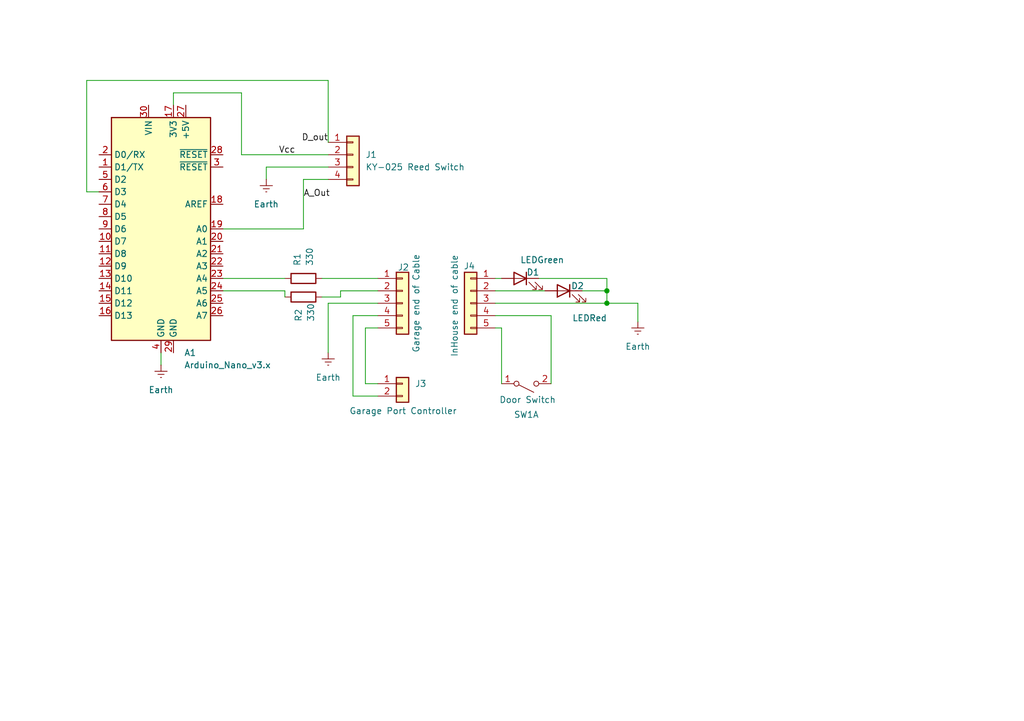
<source format=kicad_sch>
(kicad_sch
	(version 20231120)
	(generator "eeschema")
	(generator_version "8.0")
	(uuid "2dc539e7-2bc8-4732-a6b3-7321b62ed234")
	(paper "A5")
	(lib_symbols
		(symbol "Connector_Generic:Conn_01x02"
			(pin_names
				(offset 1.016) hide)
			(exclude_from_sim no)
			(in_bom yes)
			(on_board yes)
			(property "Reference" "J"
				(at 0 2.54 0)
				(effects
					(font
						(size 1.27 1.27)
					)
				)
			)
			(property "Value" "Conn_01x02"
				(at 0 -5.08 0)
				(effects
					(font
						(size 1.27 1.27)
					)
				)
			)
			(property "Footprint" ""
				(at 0 0 0)
				(effects
					(font
						(size 1.27 1.27)
					)
					(hide yes)
				)
			)
			(property "Datasheet" "~"
				(at 0 0 0)
				(effects
					(font
						(size 1.27 1.27)
					)
					(hide yes)
				)
			)
			(property "Description" "Generic connector, single row, 01x02, script generated (kicad-library-utils/schlib/autogen/connector/)"
				(at 0 0 0)
				(effects
					(font
						(size 1.27 1.27)
					)
					(hide yes)
				)
			)
			(property "ki_keywords" "connector"
				(at 0 0 0)
				(effects
					(font
						(size 1.27 1.27)
					)
					(hide yes)
				)
			)
			(property "ki_fp_filters" "Connector*:*_1x??_*"
				(at 0 0 0)
				(effects
					(font
						(size 1.27 1.27)
					)
					(hide yes)
				)
			)
			(symbol "Conn_01x02_1_1"
				(rectangle
					(start -1.27 -2.413)
					(end 0 -2.667)
					(stroke
						(width 0.1524)
						(type default)
					)
					(fill
						(type none)
					)
				)
				(rectangle
					(start -1.27 0.127)
					(end 0 -0.127)
					(stroke
						(width 0.1524)
						(type default)
					)
					(fill
						(type none)
					)
				)
				(rectangle
					(start -1.27 1.27)
					(end 1.27 -3.81)
					(stroke
						(width 0.254)
						(type default)
					)
					(fill
						(type background)
					)
				)
				(pin passive line
					(at -5.08 0 0)
					(length 3.81)
					(name "Pin_1"
						(effects
							(font
								(size 1.27 1.27)
							)
						)
					)
					(number "1"
						(effects
							(font
								(size 1.27 1.27)
							)
						)
					)
				)
				(pin passive line
					(at -5.08 -2.54 0)
					(length 3.81)
					(name "Pin_2"
						(effects
							(font
								(size 1.27 1.27)
							)
						)
					)
					(number "2"
						(effects
							(font
								(size 1.27 1.27)
							)
						)
					)
				)
			)
		)
		(symbol "Connector_Generic:Conn_01x04"
			(pin_names
				(offset 1.016) hide)
			(exclude_from_sim no)
			(in_bom yes)
			(on_board yes)
			(property "Reference" "J"
				(at 0 5.08 0)
				(effects
					(font
						(size 1.27 1.27)
					)
				)
			)
			(property "Value" "Conn_01x04"
				(at 0 -7.62 0)
				(effects
					(font
						(size 1.27 1.27)
					)
				)
			)
			(property "Footprint" ""
				(at 0 0 0)
				(effects
					(font
						(size 1.27 1.27)
					)
					(hide yes)
				)
			)
			(property "Datasheet" "~"
				(at 0 0 0)
				(effects
					(font
						(size 1.27 1.27)
					)
					(hide yes)
				)
			)
			(property "Description" "Generic connector, single row, 01x04, script generated (kicad-library-utils/schlib/autogen/connector/)"
				(at 0 0 0)
				(effects
					(font
						(size 1.27 1.27)
					)
					(hide yes)
				)
			)
			(property "ki_keywords" "connector"
				(at 0 0 0)
				(effects
					(font
						(size 1.27 1.27)
					)
					(hide yes)
				)
			)
			(property "ki_fp_filters" "Connector*:*_1x??_*"
				(at 0 0 0)
				(effects
					(font
						(size 1.27 1.27)
					)
					(hide yes)
				)
			)
			(symbol "Conn_01x04_1_1"
				(rectangle
					(start -1.27 -4.953)
					(end 0 -5.207)
					(stroke
						(width 0.1524)
						(type default)
					)
					(fill
						(type none)
					)
				)
				(rectangle
					(start -1.27 -2.413)
					(end 0 -2.667)
					(stroke
						(width 0.1524)
						(type default)
					)
					(fill
						(type none)
					)
				)
				(rectangle
					(start -1.27 0.127)
					(end 0 -0.127)
					(stroke
						(width 0.1524)
						(type default)
					)
					(fill
						(type none)
					)
				)
				(rectangle
					(start -1.27 2.667)
					(end 0 2.413)
					(stroke
						(width 0.1524)
						(type default)
					)
					(fill
						(type none)
					)
				)
				(rectangle
					(start -1.27 3.81)
					(end 1.27 -6.35)
					(stroke
						(width 0.254)
						(type default)
					)
					(fill
						(type background)
					)
				)
				(pin passive line
					(at -5.08 2.54 0)
					(length 3.81)
					(name "Pin_1"
						(effects
							(font
								(size 1.27 1.27)
							)
						)
					)
					(number "1"
						(effects
							(font
								(size 1.27 1.27)
							)
						)
					)
				)
				(pin passive line
					(at -5.08 0 0)
					(length 3.81)
					(name "Pin_2"
						(effects
							(font
								(size 1.27 1.27)
							)
						)
					)
					(number "2"
						(effects
							(font
								(size 1.27 1.27)
							)
						)
					)
				)
				(pin passive line
					(at -5.08 -2.54 0)
					(length 3.81)
					(name "Pin_3"
						(effects
							(font
								(size 1.27 1.27)
							)
						)
					)
					(number "3"
						(effects
							(font
								(size 1.27 1.27)
							)
						)
					)
				)
				(pin passive line
					(at -5.08 -5.08 0)
					(length 3.81)
					(name "Pin_4"
						(effects
							(font
								(size 1.27 1.27)
							)
						)
					)
					(number "4"
						(effects
							(font
								(size 1.27 1.27)
							)
						)
					)
				)
			)
		)
		(symbol "Connector_Generic:Conn_01x05"
			(pin_names
				(offset 1.016) hide)
			(exclude_from_sim no)
			(in_bom yes)
			(on_board yes)
			(property "Reference" "J"
				(at 0 7.62 0)
				(effects
					(font
						(size 1.27 1.27)
					)
				)
			)
			(property "Value" "Conn_01x05"
				(at 0 -7.62 0)
				(effects
					(font
						(size 1.27 1.27)
					)
				)
			)
			(property "Footprint" ""
				(at 0 0 0)
				(effects
					(font
						(size 1.27 1.27)
					)
					(hide yes)
				)
			)
			(property "Datasheet" "~"
				(at 0 0 0)
				(effects
					(font
						(size 1.27 1.27)
					)
					(hide yes)
				)
			)
			(property "Description" "Generic connector, single row, 01x05, script generated (kicad-library-utils/schlib/autogen/connector/)"
				(at 0 0 0)
				(effects
					(font
						(size 1.27 1.27)
					)
					(hide yes)
				)
			)
			(property "ki_keywords" "connector"
				(at 0 0 0)
				(effects
					(font
						(size 1.27 1.27)
					)
					(hide yes)
				)
			)
			(property "ki_fp_filters" "Connector*:*_1x??_*"
				(at 0 0 0)
				(effects
					(font
						(size 1.27 1.27)
					)
					(hide yes)
				)
			)
			(symbol "Conn_01x05_1_1"
				(rectangle
					(start -1.27 -4.953)
					(end 0 -5.207)
					(stroke
						(width 0.1524)
						(type default)
					)
					(fill
						(type none)
					)
				)
				(rectangle
					(start -1.27 -2.413)
					(end 0 -2.667)
					(stroke
						(width 0.1524)
						(type default)
					)
					(fill
						(type none)
					)
				)
				(rectangle
					(start -1.27 0.127)
					(end 0 -0.127)
					(stroke
						(width 0.1524)
						(type default)
					)
					(fill
						(type none)
					)
				)
				(rectangle
					(start -1.27 2.667)
					(end 0 2.413)
					(stroke
						(width 0.1524)
						(type default)
					)
					(fill
						(type none)
					)
				)
				(rectangle
					(start -1.27 5.207)
					(end 0 4.953)
					(stroke
						(width 0.1524)
						(type default)
					)
					(fill
						(type none)
					)
				)
				(rectangle
					(start -1.27 6.35)
					(end 1.27 -6.35)
					(stroke
						(width 0.254)
						(type default)
					)
					(fill
						(type background)
					)
				)
				(pin passive line
					(at -5.08 5.08 0)
					(length 3.81)
					(name "Pin_1"
						(effects
							(font
								(size 1.27 1.27)
							)
						)
					)
					(number "1"
						(effects
							(font
								(size 1.27 1.27)
							)
						)
					)
				)
				(pin passive line
					(at -5.08 2.54 0)
					(length 3.81)
					(name "Pin_2"
						(effects
							(font
								(size 1.27 1.27)
							)
						)
					)
					(number "2"
						(effects
							(font
								(size 1.27 1.27)
							)
						)
					)
				)
				(pin passive line
					(at -5.08 0 0)
					(length 3.81)
					(name "Pin_3"
						(effects
							(font
								(size 1.27 1.27)
							)
						)
					)
					(number "3"
						(effects
							(font
								(size 1.27 1.27)
							)
						)
					)
				)
				(pin passive line
					(at -5.08 -2.54 0)
					(length 3.81)
					(name "Pin_4"
						(effects
							(font
								(size 1.27 1.27)
							)
						)
					)
					(number "4"
						(effects
							(font
								(size 1.27 1.27)
							)
						)
					)
				)
				(pin passive line
					(at -5.08 -5.08 0)
					(length 3.81)
					(name "Pin_5"
						(effects
							(font
								(size 1.27 1.27)
							)
						)
					)
					(number "5"
						(effects
							(font
								(size 1.27 1.27)
							)
						)
					)
				)
			)
		)
		(symbol "Device:LED"
			(pin_numbers hide)
			(pin_names
				(offset 1.016) hide)
			(exclude_from_sim no)
			(in_bom yes)
			(on_board yes)
			(property "Reference" "D"
				(at 0 2.54 0)
				(effects
					(font
						(size 1.27 1.27)
					)
				)
			)
			(property "Value" "LED"
				(at 0 -2.54 0)
				(effects
					(font
						(size 1.27 1.27)
					)
				)
			)
			(property "Footprint" ""
				(at 0 0 0)
				(effects
					(font
						(size 1.27 1.27)
					)
					(hide yes)
				)
			)
			(property "Datasheet" "~"
				(at 0 0 0)
				(effects
					(font
						(size 1.27 1.27)
					)
					(hide yes)
				)
			)
			(property "Description" "Light emitting diode"
				(at 0 0 0)
				(effects
					(font
						(size 1.27 1.27)
					)
					(hide yes)
				)
			)
			(property "ki_keywords" "LED diode"
				(at 0 0 0)
				(effects
					(font
						(size 1.27 1.27)
					)
					(hide yes)
				)
			)
			(property "ki_fp_filters" "LED* LED_SMD:* LED_THT:*"
				(at 0 0 0)
				(effects
					(font
						(size 1.27 1.27)
					)
					(hide yes)
				)
			)
			(symbol "LED_0_1"
				(polyline
					(pts
						(xy -1.27 -1.27) (xy -1.27 1.27)
					)
					(stroke
						(width 0.254)
						(type default)
					)
					(fill
						(type none)
					)
				)
				(polyline
					(pts
						(xy -1.27 0) (xy 1.27 0)
					)
					(stroke
						(width 0)
						(type default)
					)
					(fill
						(type none)
					)
				)
				(polyline
					(pts
						(xy 1.27 -1.27) (xy 1.27 1.27) (xy -1.27 0) (xy 1.27 -1.27)
					)
					(stroke
						(width 0.254)
						(type default)
					)
					(fill
						(type none)
					)
				)
				(polyline
					(pts
						(xy -3.048 -0.762) (xy -4.572 -2.286) (xy -3.81 -2.286) (xy -4.572 -2.286) (xy -4.572 -1.524)
					)
					(stroke
						(width 0)
						(type default)
					)
					(fill
						(type none)
					)
				)
				(polyline
					(pts
						(xy -1.778 -0.762) (xy -3.302 -2.286) (xy -2.54 -2.286) (xy -3.302 -2.286) (xy -3.302 -1.524)
					)
					(stroke
						(width 0)
						(type default)
					)
					(fill
						(type none)
					)
				)
			)
			(symbol "LED_1_1"
				(pin passive line
					(at -3.81 0 0)
					(length 2.54)
					(name "K"
						(effects
							(font
								(size 1.27 1.27)
							)
						)
					)
					(number "1"
						(effects
							(font
								(size 1.27 1.27)
							)
						)
					)
				)
				(pin passive line
					(at 3.81 0 180)
					(length 2.54)
					(name "A"
						(effects
							(font
								(size 1.27 1.27)
							)
						)
					)
					(number "2"
						(effects
							(font
								(size 1.27 1.27)
							)
						)
					)
				)
			)
		)
		(symbol "Device:R"
			(pin_numbers hide)
			(pin_names
				(offset 0)
			)
			(exclude_from_sim no)
			(in_bom yes)
			(on_board yes)
			(property "Reference" "R"
				(at 2.032 0 90)
				(effects
					(font
						(size 1.27 1.27)
					)
				)
			)
			(property "Value" "R"
				(at 0 0 90)
				(effects
					(font
						(size 1.27 1.27)
					)
				)
			)
			(property "Footprint" ""
				(at -1.778 0 90)
				(effects
					(font
						(size 1.27 1.27)
					)
					(hide yes)
				)
			)
			(property "Datasheet" "~"
				(at 0 0 0)
				(effects
					(font
						(size 1.27 1.27)
					)
					(hide yes)
				)
			)
			(property "Description" "Resistor"
				(at 0 0 0)
				(effects
					(font
						(size 1.27 1.27)
					)
					(hide yes)
				)
			)
			(property "ki_keywords" "R res resistor"
				(at 0 0 0)
				(effects
					(font
						(size 1.27 1.27)
					)
					(hide yes)
				)
			)
			(property "ki_fp_filters" "R_*"
				(at 0 0 0)
				(effects
					(font
						(size 1.27 1.27)
					)
					(hide yes)
				)
			)
			(symbol "R_0_1"
				(rectangle
					(start -1.016 -2.54)
					(end 1.016 2.54)
					(stroke
						(width 0.254)
						(type default)
					)
					(fill
						(type none)
					)
				)
			)
			(symbol "R_1_1"
				(pin passive line
					(at 0 3.81 270)
					(length 1.27)
					(name "~"
						(effects
							(font
								(size 1.27 1.27)
							)
						)
					)
					(number "1"
						(effects
							(font
								(size 1.27 1.27)
							)
						)
					)
				)
				(pin passive line
					(at 0 -3.81 90)
					(length 1.27)
					(name "~"
						(effects
							(font
								(size 1.27 1.27)
							)
						)
					)
					(number "2"
						(effects
							(font
								(size 1.27 1.27)
							)
						)
					)
				)
			)
		)
		(symbol "MCU_Module:Arduino_Nano_v3.x"
			(exclude_from_sim no)
			(in_bom yes)
			(on_board yes)
			(property "Reference" "A"
				(at -10.16 23.495 0)
				(effects
					(font
						(size 1.27 1.27)
					)
					(justify left bottom)
				)
			)
			(property "Value" "Arduino_Nano_v3.x"
				(at 5.08 -24.13 0)
				(effects
					(font
						(size 1.27 1.27)
					)
					(justify left top)
				)
			)
			(property "Footprint" "Module:Arduino_Nano"
				(at 0 0 0)
				(effects
					(font
						(size 1.27 1.27)
						(italic yes)
					)
					(hide yes)
				)
			)
			(property "Datasheet" "http://www.mouser.com/pdfdocs/Gravitech_Arduino_Nano3_0.pdf"
				(at 0 0 0)
				(effects
					(font
						(size 1.27 1.27)
					)
					(hide yes)
				)
			)
			(property "Description" "Arduino Nano v3.x"
				(at 0 0 0)
				(effects
					(font
						(size 1.27 1.27)
					)
					(hide yes)
				)
			)
			(property "ki_keywords" "Arduino nano microcontroller module USB"
				(at 0 0 0)
				(effects
					(font
						(size 1.27 1.27)
					)
					(hide yes)
				)
			)
			(property "ki_fp_filters" "Arduino*Nano*"
				(at 0 0 0)
				(effects
					(font
						(size 1.27 1.27)
					)
					(hide yes)
				)
			)
			(symbol "Arduino_Nano_v3.x_0_1"
				(rectangle
					(start -10.16 22.86)
					(end 10.16 -22.86)
					(stroke
						(width 0.254)
						(type default)
					)
					(fill
						(type background)
					)
				)
			)
			(symbol "Arduino_Nano_v3.x_1_1"
				(pin bidirectional line
					(at -12.7 12.7 0)
					(length 2.54)
					(name "D1/TX"
						(effects
							(font
								(size 1.27 1.27)
							)
						)
					)
					(number "1"
						(effects
							(font
								(size 1.27 1.27)
							)
						)
					)
				)
				(pin bidirectional line
					(at -12.7 -2.54 0)
					(length 2.54)
					(name "D7"
						(effects
							(font
								(size 1.27 1.27)
							)
						)
					)
					(number "10"
						(effects
							(font
								(size 1.27 1.27)
							)
						)
					)
				)
				(pin bidirectional line
					(at -12.7 -5.08 0)
					(length 2.54)
					(name "D8"
						(effects
							(font
								(size 1.27 1.27)
							)
						)
					)
					(number "11"
						(effects
							(font
								(size 1.27 1.27)
							)
						)
					)
				)
				(pin bidirectional line
					(at -12.7 -7.62 0)
					(length 2.54)
					(name "D9"
						(effects
							(font
								(size 1.27 1.27)
							)
						)
					)
					(number "12"
						(effects
							(font
								(size 1.27 1.27)
							)
						)
					)
				)
				(pin bidirectional line
					(at -12.7 -10.16 0)
					(length 2.54)
					(name "D10"
						(effects
							(font
								(size 1.27 1.27)
							)
						)
					)
					(number "13"
						(effects
							(font
								(size 1.27 1.27)
							)
						)
					)
				)
				(pin bidirectional line
					(at -12.7 -12.7 0)
					(length 2.54)
					(name "D11"
						(effects
							(font
								(size 1.27 1.27)
							)
						)
					)
					(number "14"
						(effects
							(font
								(size 1.27 1.27)
							)
						)
					)
				)
				(pin bidirectional line
					(at -12.7 -15.24 0)
					(length 2.54)
					(name "D12"
						(effects
							(font
								(size 1.27 1.27)
							)
						)
					)
					(number "15"
						(effects
							(font
								(size 1.27 1.27)
							)
						)
					)
				)
				(pin bidirectional line
					(at -12.7 -17.78 0)
					(length 2.54)
					(name "D13"
						(effects
							(font
								(size 1.27 1.27)
							)
						)
					)
					(number "16"
						(effects
							(font
								(size 1.27 1.27)
							)
						)
					)
				)
				(pin power_out line
					(at 2.54 25.4 270)
					(length 2.54)
					(name "3V3"
						(effects
							(font
								(size 1.27 1.27)
							)
						)
					)
					(number "17"
						(effects
							(font
								(size 1.27 1.27)
							)
						)
					)
				)
				(pin input line
					(at 12.7 5.08 180)
					(length 2.54)
					(name "AREF"
						(effects
							(font
								(size 1.27 1.27)
							)
						)
					)
					(number "18"
						(effects
							(font
								(size 1.27 1.27)
							)
						)
					)
				)
				(pin bidirectional line
					(at 12.7 0 180)
					(length 2.54)
					(name "A0"
						(effects
							(font
								(size 1.27 1.27)
							)
						)
					)
					(number "19"
						(effects
							(font
								(size 1.27 1.27)
							)
						)
					)
				)
				(pin bidirectional line
					(at -12.7 15.24 0)
					(length 2.54)
					(name "D0/RX"
						(effects
							(font
								(size 1.27 1.27)
							)
						)
					)
					(number "2"
						(effects
							(font
								(size 1.27 1.27)
							)
						)
					)
				)
				(pin bidirectional line
					(at 12.7 -2.54 180)
					(length 2.54)
					(name "A1"
						(effects
							(font
								(size 1.27 1.27)
							)
						)
					)
					(number "20"
						(effects
							(font
								(size 1.27 1.27)
							)
						)
					)
				)
				(pin bidirectional line
					(at 12.7 -5.08 180)
					(length 2.54)
					(name "A2"
						(effects
							(font
								(size 1.27 1.27)
							)
						)
					)
					(number "21"
						(effects
							(font
								(size 1.27 1.27)
							)
						)
					)
				)
				(pin bidirectional line
					(at 12.7 -7.62 180)
					(length 2.54)
					(name "A3"
						(effects
							(font
								(size 1.27 1.27)
							)
						)
					)
					(number "22"
						(effects
							(font
								(size 1.27 1.27)
							)
						)
					)
				)
				(pin bidirectional line
					(at 12.7 -10.16 180)
					(length 2.54)
					(name "A4"
						(effects
							(font
								(size 1.27 1.27)
							)
						)
					)
					(number "23"
						(effects
							(font
								(size 1.27 1.27)
							)
						)
					)
				)
				(pin bidirectional line
					(at 12.7 -12.7 180)
					(length 2.54)
					(name "A5"
						(effects
							(font
								(size 1.27 1.27)
							)
						)
					)
					(number "24"
						(effects
							(font
								(size 1.27 1.27)
							)
						)
					)
				)
				(pin bidirectional line
					(at 12.7 -15.24 180)
					(length 2.54)
					(name "A6"
						(effects
							(font
								(size 1.27 1.27)
							)
						)
					)
					(number "25"
						(effects
							(font
								(size 1.27 1.27)
							)
						)
					)
				)
				(pin bidirectional line
					(at 12.7 -17.78 180)
					(length 2.54)
					(name "A7"
						(effects
							(font
								(size 1.27 1.27)
							)
						)
					)
					(number "26"
						(effects
							(font
								(size 1.27 1.27)
							)
						)
					)
				)
				(pin power_out line
					(at 5.08 25.4 270)
					(length 2.54)
					(name "+5V"
						(effects
							(font
								(size 1.27 1.27)
							)
						)
					)
					(number "27"
						(effects
							(font
								(size 1.27 1.27)
							)
						)
					)
				)
				(pin input line
					(at 12.7 15.24 180)
					(length 2.54)
					(name "~{RESET}"
						(effects
							(font
								(size 1.27 1.27)
							)
						)
					)
					(number "28"
						(effects
							(font
								(size 1.27 1.27)
							)
						)
					)
				)
				(pin power_in line
					(at 2.54 -25.4 90)
					(length 2.54)
					(name "GND"
						(effects
							(font
								(size 1.27 1.27)
							)
						)
					)
					(number "29"
						(effects
							(font
								(size 1.27 1.27)
							)
						)
					)
				)
				(pin input line
					(at 12.7 12.7 180)
					(length 2.54)
					(name "~{RESET}"
						(effects
							(font
								(size 1.27 1.27)
							)
						)
					)
					(number "3"
						(effects
							(font
								(size 1.27 1.27)
							)
						)
					)
				)
				(pin power_in line
					(at -2.54 25.4 270)
					(length 2.54)
					(name "VIN"
						(effects
							(font
								(size 1.27 1.27)
							)
						)
					)
					(number "30"
						(effects
							(font
								(size 1.27 1.27)
							)
						)
					)
				)
				(pin power_in line
					(at 0 -25.4 90)
					(length 2.54)
					(name "GND"
						(effects
							(font
								(size 1.27 1.27)
							)
						)
					)
					(number "4"
						(effects
							(font
								(size 1.27 1.27)
							)
						)
					)
				)
				(pin bidirectional line
					(at -12.7 10.16 0)
					(length 2.54)
					(name "D2"
						(effects
							(font
								(size 1.27 1.27)
							)
						)
					)
					(number "5"
						(effects
							(font
								(size 1.27 1.27)
							)
						)
					)
				)
				(pin bidirectional line
					(at -12.7 7.62 0)
					(length 2.54)
					(name "D3"
						(effects
							(font
								(size 1.27 1.27)
							)
						)
					)
					(number "6"
						(effects
							(font
								(size 1.27 1.27)
							)
						)
					)
				)
				(pin bidirectional line
					(at -12.7 5.08 0)
					(length 2.54)
					(name "D4"
						(effects
							(font
								(size 1.27 1.27)
							)
						)
					)
					(number "7"
						(effects
							(font
								(size 1.27 1.27)
							)
						)
					)
				)
				(pin bidirectional line
					(at -12.7 2.54 0)
					(length 2.54)
					(name "D5"
						(effects
							(font
								(size 1.27 1.27)
							)
						)
					)
					(number "8"
						(effects
							(font
								(size 1.27 1.27)
							)
						)
					)
				)
				(pin bidirectional line
					(at -12.7 0 0)
					(length 2.54)
					(name "D6"
						(effects
							(font
								(size 1.27 1.27)
							)
						)
					)
					(number "9"
						(effects
							(font
								(size 1.27 1.27)
							)
						)
					)
				)
			)
		)
		(symbol "Switch:SW_DPST_x2"
			(pin_names
				(offset 0) hide)
			(exclude_from_sim no)
			(in_bom yes)
			(on_board yes)
			(property "Reference" "SW"
				(at 0 3.175 0)
				(effects
					(font
						(size 1.27 1.27)
					)
				)
			)
			(property "Value" "SW_DPST_x2"
				(at 0 -2.54 0)
				(effects
					(font
						(size 1.27 1.27)
					)
				)
			)
			(property "Footprint" ""
				(at 0 0 0)
				(effects
					(font
						(size 1.27 1.27)
					)
					(hide yes)
				)
			)
			(property "Datasheet" "~"
				(at 0 0 0)
				(effects
					(font
						(size 1.27 1.27)
					)
					(hide yes)
				)
			)
			(property "Description" "Single Pole Single Throw (SPST) switch, separate symbol"
				(at 0 0 0)
				(effects
					(font
						(size 1.27 1.27)
					)
					(hide yes)
				)
			)
			(property "ki_keywords" "switch lever"
				(at 0 0 0)
				(effects
					(font
						(size 1.27 1.27)
					)
					(hide yes)
				)
			)
			(symbol "SW_DPST_x2_0_0"
				(circle
					(center -2.032 0)
					(radius 0.508)
					(stroke
						(width 0)
						(type default)
					)
					(fill
						(type none)
					)
				)
				(polyline
					(pts
						(xy -1.524 0.254) (xy 1.524 1.778)
					)
					(stroke
						(width 0)
						(type default)
					)
					(fill
						(type none)
					)
				)
				(circle
					(center 2.032 0)
					(radius 0.508)
					(stroke
						(width 0)
						(type default)
					)
					(fill
						(type none)
					)
				)
			)
			(symbol "SW_DPST_x2_1_1"
				(pin passive line
					(at -5.08 0 0)
					(length 2.54)
					(name "A"
						(effects
							(font
								(size 1.27 1.27)
							)
						)
					)
					(number "1"
						(effects
							(font
								(size 1.27 1.27)
							)
						)
					)
				)
				(pin passive line
					(at 5.08 0 180)
					(length 2.54)
					(name "B"
						(effects
							(font
								(size 1.27 1.27)
							)
						)
					)
					(number "2"
						(effects
							(font
								(size 1.27 1.27)
							)
						)
					)
				)
			)
			(symbol "SW_DPST_x2_2_1"
				(pin passive line
					(at -5.08 0 0)
					(length 2.54)
					(name "A"
						(effects
							(font
								(size 1.27 1.27)
							)
						)
					)
					(number "3"
						(effects
							(font
								(size 1.27 1.27)
							)
						)
					)
				)
				(pin passive line
					(at 5.08 0 180)
					(length 2.54)
					(name "B"
						(effects
							(font
								(size 1.27 1.27)
							)
						)
					)
					(number "4"
						(effects
							(font
								(size 1.27 1.27)
							)
						)
					)
				)
			)
		)
		(symbol "power:Earth"
			(power)
			(pin_numbers hide)
			(pin_names
				(offset 0) hide)
			(exclude_from_sim no)
			(in_bom yes)
			(on_board yes)
			(property "Reference" "#PWR"
				(at 0 -6.35 0)
				(effects
					(font
						(size 1.27 1.27)
					)
					(hide yes)
				)
			)
			(property "Value" "Earth"
				(at 0 -3.81 0)
				(effects
					(font
						(size 1.27 1.27)
					)
				)
			)
			(property "Footprint" ""
				(at 0 0 0)
				(effects
					(font
						(size 1.27 1.27)
					)
					(hide yes)
				)
			)
			(property "Datasheet" "~"
				(at 0 0 0)
				(effects
					(font
						(size 1.27 1.27)
					)
					(hide yes)
				)
			)
			(property "Description" "Power symbol creates a global label with name \"Earth\""
				(at 0 0 0)
				(effects
					(font
						(size 1.27 1.27)
					)
					(hide yes)
				)
			)
			(property "ki_keywords" "global ground gnd"
				(at 0 0 0)
				(effects
					(font
						(size 1.27 1.27)
					)
					(hide yes)
				)
			)
			(symbol "Earth_0_1"
				(polyline
					(pts
						(xy -0.635 -1.905) (xy 0.635 -1.905)
					)
					(stroke
						(width 0)
						(type default)
					)
					(fill
						(type none)
					)
				)
				(polyline
					(pts
						(xy -0.127 -2.54) (xy 0.127 -2.54)
					)
					(stroke
						(width 0)
						(type default)
					)
					(fill
						(type none)
					)
				)
				(polyline
					(pts
						(xy 0 -1.27) (xy 0 0)
					)
					(stroke
						(width 0)
						(type default)
					)
					(fill
						(type none)
					)
				)
				(polyline
					(pts
						(xy 1.27 -1.27) (xy -1.27 -1.27)
					)
					(stroke
						(width 0)
						(type default)
					)
					(fill
						(type none)
					)
				)
			)
			(symbol "Earth_1_1"
				(pin power_in line
					(at 0 0 270)
					(length 0)
					(name "~"
						(effects
							(font
								(size 1.27 1.27)
							)
						)
					)
					(number "1"
						(effects
							(font
								(size 1.27 1.27)
							)
						)
					)
				)
			)
		)
	)
	(junction
		(at 124.46 59.69)
		(diameter 0)
		(color 0 0 0 0)
		(uuid "1265701a-a60c-4008-b283-a8a67bc377e0")
	)
	(junction
		(at 124.46 62.23)
		(diameter 0)
		(color 0 0 0 0)
		(uuid "fc8672f6-cf85-403f-8223-d6c0071342e7")
	)
	(wire
		(pts
			(xy 101.6 64.77) (xy 113.03 64.77)
		)
		(stroke
			(width 0)
			(type default)
		)
		(uuid "10827a9b-7dc4-4c50-aae6-b0a3f178bb57")
	)
	(wire
		(pts
			(xy 74.93 78.74) (xy 74.93 67.31)
		)
		(stroke
			(width 0)
			(type default)
		)
		(uuid "14b5acde-ea61-4042-9468-4f64f7dd915f")
	)
	(wire
		(pts
			(xy 124.46 57.15) (xy 124.46 59.69)
		)
		(stroke
			(width 0)
			(type default)
		)
		(uuid "188f5b2f-a643-49a4-8597-cc7e08bc56d3")
	)
	(wire
		(pts
			(xy 45.72 59.69) (xy 58.42 59.69)
		)
		(stroke
			(width 0)
			(type default)
		)
		(uuid "1ddcc075-6e1d-477b-aae4-321e52fefbe5")
	)
	(wire
		(pts
			(xy 17.78 39.37) (xy 20.32 39.37)
		)
		(stroke
			(width 0)
			(type default)
		)
		(uuid "231106c2-a195-4930-bc54-86f20a2df54b")
	)
	(wire
		(pts
			(xy 66.04 60.96) (xy 69.85 60.96)
		)
		(stroke
			(width 0)
			(type default)
		)
		(uuid "23a1ac2c-445c-49f2-8fcf-96eb8257fc1b")
	)
	(wire
		(pts
			(xy 45.72 57.15) (xy 58.42 57.15)
		)
		(stroke
			(width 0)
			(type default)
		)
		(uuid "279333cd-f91f-42ac-8170-08060bbc05a9")
	)
	(wire
		(pts
			(xy 77.47 64.77) (xy 72.39 64.77)
		)
		(stroke
			(width 0)
			(type default)
		)
		(uuid "28ee277f-2877-4586-ab4b-1965f75db09d")
	)
	(wire
		(pts
			(xy 67.31 16.51) (xy 17.78 16.51)
		)
		(stroke
			(width 0)
			(type default)
		)
		(uuid "33221718-154b-4da9-b5ff-8a285afa7cf0")
	)
	(wire
		(pts
			(xy 66.04 57.15) (xy 77.47 57.15)
		)
		(stroke
			(width 0)
			(type default)
		)
		(uuid "3704c941-0ae4-42fb-a5cd-9a1d2aa9b638")
	)
	(wire
		(pts
			(xy 17.78 16.51) (xy 17.78 39.37)
		)
		(stroke
			(width 0)
			(type default)
		)
		(uuid "39f3584a-164b-4af3-96fc-8f8241f082fc")
	)
	(wire
		(pts
			(xy 67.31 36.83) (xy 62.23 36.83)
		)
		(stroke
			(width 0)
			(type default)
		)
		(uuid "3ab76011-11bb-451b-b69a-2f2ec4b994ce")
	)
	(wire
		(pts
			(xy 130.81 66.04) (xy 130.81 62.23)
		)
		(stroke
			(width 0)
			(type default)
		)
		(uuid "3acc0096-b3bb-49e0-945c-82024c3410d5")
	)
	(wire
		(pts
			(xy 58.42 59.69) (xy 58.42 60.96)
		)
		(stroke
			(width 0)
			(type default)
		)
		(uuid "3ce2ba79-bd35-45c7-b694-25b00b1f5b00")
	)
	(wire
		(pts
			(xy 69.85 59.69) (xy 77.47 59.69)
		)
		(stroke
			(width 0)
			(type default)
		)
		(uuid "418aa0c2-9764-4152-9dba-2d6c1b39ad65")
	)
	(wire
		(pts
			(xy 77.47 62.23) (xy 67.31 62.23)
		)
		(stroke
			(width 0)
			(type default)
		)
		(uuid "52fb2dbd-183d-40b2-b94c-28eab4689327")
	)
	(wire
		(pts
			(xy 49.53 31.75) (xy 49.53 19.05)
		)
		(stroke
			(width 0)
			(type default)
		)
		(uuid "63ea7065-4717-43bf-b4d9-cc4e06315af9")
	)
	(wire
		(pts
			(xy 113.03 64.77) (xy 113.03 78.74)
		)
		(stroke
			(width 0)
			(type default)
		)
		(uuid "6a67319f-7930-4d96-b59e-218a3b73b743")
	)
	(wire
		(pts
			(xy 69.85 60.96) (xy 69.85 59.69)
		)
		(stroke
			(width 0)
			(type default)
		)
		(uuid "70e4e63e-8ada-45ee-bf27-24f8e81823bc")
	)
	(wire
		(pts
			(xy 101.6 57.15) (xy 102.87 57.15)
		)
		(stroke
			(width 0)
			(type default)
		)
		(uuid "7b177e8d-60dd-470f-be32-050bc5220566")
	)
	(wire
		(pts
			(xy 102.87 78.74) (xy 102.87 67.31)
		)
		(stroke
			(width 0)
			(type default)
		)
		(uuid "7bd6ebb3-7c69-4326-bea8-6ed4b8ce53aa")
	)
	(wire
		(pts
			(xy 124.46 62.23) (xy 124.46 59.69)
		)
		(stroke
			(width 0)
			(type default)
		)
		(uuid "7d279f0b-8943-4806-acb2-526d665ac083")
	)
	(wire
		(pts
			(xy 130.81 62.23) (xy 124.46 62.23)
		)
		(stroke
			(width 0)
			(type default)
		)
		(uuid "7fc157b3-706d-49a6-a1fe-ae4d60b6492f")
	)
	(wire
		(pts
			(xy 67.31 34.29) (xy 54.61 34.29)
		)
		(stroke
			(width 0)
			(type default)
		)
		(uuid "94de94e2-0fe4-4284-b0da-02457640e1cd")
	)
	(wire
		(pts
			(xy 101.6 62.23) (xy 124.46 62.23)
		)
		(stroke
			(width 0)
			(type default)
		)
		(uuid "9716d5c0-1ea2-4d1f-968e-27b0bbcd9a82")
	)
	(wire
		(pts
			(xy 74.93 67.31) (xy 77.47 67.31)
		)
		(stroke
			(width 0)
			(type default)
		)
		(uuid "a2780009-01bf-43f4-861e-051990f0a2cb")
	)
	(wire
		(pts
			(xy 110.49 57.15) (xy 124.46 57.15)
		)
		(stroke
			(width 0)
			(type default)
		)
		(uuid "a6c0dd7a-0f69-4232-88a4-84b8d0c5258b")
	)
	(wire
		(pts
			(xy 67.31 62.23) (xy 67.31 72.39)
		)
		(stroke
			(width 0)
			(type default)
		)
		(uuid "ab91f413-9adc-4e88-97b1-007ef8f6405f")
	)
	(wire
		(pts
			(xy 54.61 34.29) (xy 54.61 36.83)
		)
		(stroke
			(width 0)
			(type default)
		)
		(uuid "b03a0425-dac2-4bc2-a012-64955d1cda0e")
	)
	(wire
		(pts
			(xy 62.23 36.83) (xy 62.23 46.99)
		)
		(stroke
			(width 0)
			(type default)
		)
		(uuid "c03f5dea-c3d7-4cc3-b167-cfa0ab79e4b6")
	)
	(wire
		(pts
			(xy 119.38 59.69) (xy 124.46 59.69)
		)
		(stroke
			(width 0)
			(type default)
		)
		(uuid "c124713b-25cd-44fe-a32f-8e6313e6b53a")
	)
	(wire
		(pts
			(xy 101.6 59.69) (xy 111.76 59.69)
		)
		(stroke
			(width 0)
			(type default)
		)
		(uuid "d0435992-076d-4f63-b1b7-c2cee0e2c005")
	)
	(wire
		(pts
			(xy 62.23 46.99) (xy 45.72 46.99)
		)
		(stroke
			(width 0)
			(type default)
		)
		(uuid "d4683af2-7a47-4510-8a69-2a1953926caf")
	)
	(wire
		(pts
			(xy 33.02 72.39) (xy 33.02 74.93)
		)
		(stroke
			(width 0)
			(type default)
		)
		(uuid "d7d4a1bb-ce1a-47da-a58b-77dd5a6907ba")
	)
	(wire
		(pts
			(xy 74.93 78.74) (xy 77.47 78.74)
		)
		(stroke
			(width 0)
			(type default)
		)
		(uuid "dbebaa57-680e-48e5-9cae-5cb0cb2bf3d6")
	)
	(wire
		(pts
			(xy 67.31 16.51) (xy 67.31 29.21)
		)
		(stroke
			(width 0)
			(type default)
		)
		(uuid "e59fbbc2-47e2-4a5a-bc4c-61f8ad3836c3")
	)
	(wire
		(pts
			(xy 72.39 81.28) (xy 77.47 81.28)
		)
		(stroke
			(width 0)
			(type default)
		)
		(uuid "ed707b8d-f795-4719-8c05-67259fea9f38")
	)
	(wire
		(pts
			(xy 49.53 19.05) (xy 35.56 19.05)
		)
		(stroke
			(width 0)
			(type default)
		)
		(uuid "f4430489-39cd-4508-b84d-72ec4bb1343c")
	)
	(wire
		(pts
			(xy 102.87 67.31) (xy 101.6 67.31)
		)
		(stroke
			(width 0)
			(type default)
		)
		(uuid "f4e4179f-d56d-4150-8727-570bbd656bda")
	)
	(wire
		(pts
			(xy 67.31 31.75) (xy 49.53 31.75)
		)
		(stroke
			(width 0)
			(type default)
		)
		(uuid "f8111c53-4ed0-43b0-9b14-d4d3930bc9f2")
	)
	(wire
		(pts
			(xy 72.39 64.77) (xy 72.39 81.28)
		)
		(stroke
			(width 0)
			(type default)
		)
		(uuid "f8557406-9df2-40a7-a3c3-3fe82b41e394")
	)
	(wire
		(pts
			(xy 35.56 19.05) (xy 35.56 21.59)
		)
		(stroke
			(width 0)
			(type default)
		)
		(uuid "fad6b375-4925-44f3-b5ee-ce5901d77430")
	)
	(label "A_Out"
		(at 62.23 40.64 0)
		(effects
			(font
				(size 1.27 1.27)
			)
			(justify left bottom)
		)
		(uuid "9d826d56-6da7-448b-859f-aa3b3c421e6c")
	)
	(label "D_out"
		(at 67.31 29.21 180)
		(effects
			(font
				(size 1.27 1.27)
			)
			(justify right bottom)
		)
		(uuid "e128dd79-98e4-4584-90f7-74c81f1823c9")
	)
	(label "Vcc"
		(at 57.15 31.75 0)
		(effects
			(font
				(size 1.27 1.27)
			)
			(justify left bottom)
		)
		(uuid "f47b80d4-7059-4a03-8e56-2c734b465b88")
	)
	(symbol
		(lib_id "power:Earth")
		(at 67.31 72.39 0)
		(unit 1)
		(exclude_from_sim no)
		(in_bom yes)
		(on_board yes)
		(dnp no)
		(fields_autoplaced yes)
		(uuid "02ed9211-5813-4ccc-87c2-e770df16732b")
		(property "Reference" "#PWR3"
			(at 67.31 78.74 0)
			(effects
				(font
					(size 1.27 1.27)
				)
				(hide yes)
			)
		)
		(property "Value" "Earth"
			(at 67.31 77.47 0)
			(effects
				(font
					(size 1.27 1.27)
				)
			)
		)
		(property "Footprint" ""
			(at 67.31 72.39 0)
			(effects
				(font
					(size 1.27 1.27)
				)
				(hide yes)
			)
		)
		(property "Datasheet" "~"
			(at 67.31 72.39 0)
			(effects
				(font
					(size 1.27 1.27)
				)
				(hide yes)
			)
		)
		(property "Description" "Power symbol creates a global label with name \"Earth\""
			(at 67.31 72.39 0)
			(effects
				(font
					(size 1.27 1.27)
				)
				(hide yes)
			)
		)
		(pin "1"
			(uuid "681e114b-e48d-4bd2-974c-485263b11eee")
		)
		(instances
			(project "SensorMain"
				(path "/2dc539e7-2bc8-4732-a6b3-7321b62ed234"
					(reference "#PWR3")
					(unit 1)
				)
			)
		)
	)
	(symbol
		(lib_id "Device:LED")
		(at 106.68 57.15 0)
		(mirror y)
		(unit 1)
		(exclude_from_sim no)
		(in_bom yes)
		(on_board yes)
		(dnp no)
		(uuid "11117f97-ae1c-47a0-bb4b-656c521c76ad")
		(property "Reference" "D1"
			(at 107.95 55.88 0)
			(effects
				(font
					(size 1.27 1.27)
				)
				(justify right)
			)
		)
		(property "Value" "LEDGreen"
			(at 106.68 53.34 0)
			(effects
				(font
					(size 1.27 1.27)
				)
				(justify right)
			)
		)
		(property "Footprint" ""
			(at 106.68 57.15 0)
			(effects
				(font
					(size 1.27 1.27)
				)
				(hide yes)
			)
		)
		(property "Datasheet" "~"
			(at 106.68 57.15 0)
			(effects
				(font
					(size 1.27 1.27)
				)
				(hide yes)
			)
		)
		(property "Description" "Light emitting diode"
			(at 106.68 57.15 0)
			(effects
				(font
					(size 1.27 1.27)
				)
				(hide yes)
			)
		)
		(pin "1"
			(uuid "c3c8fd29-b139-4b37-95ba-e1c9a19d71ce")
		)
		(pin "2"
			(uuid "c37b1c3e-685f-4f04-af91-77819dd17f06")
		)
		(instances
			(project "SensorMain"
				(path "/2dc539e7-2bc8-4732-a6b3-7321b62ed234"
					(reference "D1")
					(unit 1)
				)
			)
		)
	)
	(symbol
		(lib_id "Connector_Generic:Conn_01x05")
		(at 82.55 62.23 0)
		(unit 1)
		(exclude_from_sim no)
		(in_bom yes)
		(on_board yes)
		(dnp no)
		(uuid "204f16c5-fb10-4447-98e5-dc1361689258")
		(property "Reference" "J2"
			(at 81.534 54.864 0)
			(effects
				(font
					(size 1.27 1.27)
				)
				(justify left)
			)
		)
		(property "Value" "Garage end of Cable"
			(at 85.344 72.39 90)
			(effects
				(font
					(size 1.27 1.27)
				)
				(justify left)
			)
		)
		(property "Footprint" ""
			(at 82.55 62.23 0)
			(effects
				(font
					(size 1.27 1.27)
				)
				(hide yes)
			)
		)
		(property "Datasheet" "~"
			(at 82.55 62.23 0)
			(effects
				(font
					(size 1.27 1.27)
				)
				(hide yes)
			)
		)
		(property "Description" "Generic connector, single row, 01x05, script generated (kicad-library-utils/schlib/autogen/connector/)"
			(at 82.55 62.23 0)
			(effects
				(font
					(size 1.27 1.27)
				)
				(hide yes)
			)
		)
		(pin "1"
			(uuid "fcecd625-c83c-4710-a145-b3c4c0773b18")
		)
		(pin "5"
			(uuid "ea55b5ac-0bf4-4d8b-a862-80b97fe5bc70")
		)
		(pin "3"
			(uuid "c94b436f-4363-4f89-badc-fdc14636c984")
		)
		(pin "2"
			(uuid "cefece2a-7d70-4761-ac5d-8707418e0f07")
		)
		(pin "4"
			(uuid "100599d8-7c46-4eef-8780-a7edcf5439e3")
		)
		(instances
			(project "SensorMain"
				(path "/2dc539e7-2bc8-4732-a6b3-7321b62ed234"
					(reference "J2")
					(unit 1)
				)
			)
		)
	)
	(symbol
		(lib_id "power:Earth")
		(at 130.81 66.04 0)
		(mirror y)
		(unit 1)
		(exclude_from_sim no)
		(in_bom yes)
		(on_board yes)
		(dnp no)
		(fields_autoplaced yes)
		(uuid "28a8578c-53c3-43d4-a160-d0e55859a643")
		(property "Reference" "#PWR4"
			(at 130.81 72.39 0)
			(effects
				(font
					(size 1.27 1.27)
				)
				(hide yes)
			)
		)
		(property "Value" "Earth"
			(at 130.81 71.12 0)
			(effects
				(font
					(size 1.27 1.27)
				)
			)
		)
		(property "Footprint" ""
			(at 130.81 66.04 0)
			(effects
				(font
					(size 1.27 1.27)
				)
				(hide yes)
			)
		)
		(property "Datasheet" "~"
			(at 130.81 66.04 0)
			(effects
				(font
					(size 1.27 1.27)
				)
				(hide yes)
			)
		)
		(property "Description" "Power symbol creates a global label with name \"Earth\""
			(at 130.81 66.04 0)
			(effects
				(font
					(size 1.27 1.27)
				)
				(hide yes)
			)
		)
		(pin "1"
			(uuid "0165c63c-e65c-4984-8dba-1ca066f8bdac")
		)
		(instances
			(project "SensorMain"
				(path "/2dc539e7-2bc8-4732-a6b3-7321b62ed234"
					(reference "#PWR4")
					(unit 1)
				)
			)
		)
	)
	(symbol
		(lib_id "power:Earth")
		(at 54.61 36.83 0)
		(unit 1)
		(exclude_from_sim no)
		(in_bom yes)
		(on_board yes)
		(dnp no)
		(fields_autoplaced yes)
		(uuid "38c24cbd-3a49-4b57-b836-1e3cf22e201e")
		(property "Reference" "#PWR2"
			(at 54.61 43.18 0)
			(effects
				(font
					(size 1.27 1.27)
				)
				(hide yes)
			)
		)
		(property "Value" "Earth"
			(at 54.61 41.91 0)
			(effects
				(font
					(size 1.27 1.27)
				)
			)
		)
		(property "Footprint" ""
			(at 54.61 36.83 0)
			(effects
				(font
					(size 1.27 1.27)
				)
				(hide yes)
			)
		)
		(property "Datasheet" "~"
			(at 54.61 36.83 0)
			(effects
				(font
					(size 1.27 1.27)
				)
				(hide yes)
			)
		)
		(property "Description" "Power symbol creates a global label with name \"Earth\""
			(at 54.61 36.83 0)
			(effects
				(font
					(size 1.27 1.27)
				)
				(hide yes)
			)
		)
		(pin "1"
			(uuid "647212e7-7425-4b98-b86c-6ebbd6c4b48e")
		)
		(instances
			(project "SensorMain"
				(path "/2dc539e7-2bc8-4732-a6b3-7321b62ed234"
					(reference "#PWR2")
					(unit 1)
				)
			)
		)
	)
	(symbol
		(lib_id "Switch:SW_DPST_x2")
		(at 107.95 78.74 0)
		(mirror x)
		(unit 1)
		(exclude_from_sim no)
		(in_bom yes)
		(on_board yes)
		(dnp no)
		(uuid "3a34932e-4f2e-46ea-ace5-eceac99cc1ca")
		(property "Reference" "SW1"
			(at 107.95 85.09 0)
			(effects
				(font
					(size 1.27 1.27)
				)
			)
		)
		(property "Value" "Door Switch"
			(at 108.204 82.042 0)
			(effects
				(font
					(size 1.27 1.27)
				)
			)
		)
		(property "Footprint" ""
			(at 107.95 78.74 0)
			(effects
				(font
					(size 1.27 1.27)
				)
				(hide yes)
			)
		)
		(property "Datasheet" "~"
			(at 107.95 78.74 0)
			(effects
				(font
					(size 1.27 1.27)
				)
				(hide yes)
			)
		)
		(property "Description" "Single Pole Single Throw (SPST) switch, separate symbol"
			(at 107.95 78.74 0)
			(effects
				(font
					(size 1.27 1.27)
				)
				(hide yes)
			)
		)
		(pin "3"
			(uuid "47252862-9724-4af1-845e-98f905f05ca7")
		)
		(pin "4"
			(uuid "6361077e-cf34-4f37-8ffb-9b1e43b4d401")
		)
		(pin "1"
			(uuid "6d020d64-1740-4155-84ad-519780ca807a")
		)
		(pin "2"
			(uuid "5d0a1846-446f-4d5c-91b7-a505c89120a6")
		)
		(instances
			(project "SensorMain"
				(path "/2dc539e7-2bc8-4732-a6b3-7321b62ed234"
					(reference "SW1")
					(unit 1)
				)
			)
		)
	)
	(symbol
		(lib_id "Connector_Generic:Conn_01x04")
		(at 72.39 31.75 0)
		(unit 1)
		(exclude_from_sim no)
		(in_bom yes)
		(on_board yes)
		(dnp no)
		(fields_autoplaced yes)
		(uuid "714036dc-d5e6-4b36-860b-cef030a6476f")
		(property "Reference" "J1"
			(at 74.93 31.7499 0)
			(effects
				(font
					(size 1.27 1.27)
				)
				(justify left)
			)
		)
		(property "Value" "KY-025 Reed Switch"
			(at 74.93 34.2899 0)
			(effects
				(font
					(size 1.27 1.27)
				)
				(justify left)
			)
		)
		(property "Footprint" ""
			(at 72.39 31.75 0)
			(effects
				(font
					(size 1.27 1.27)
				)
				(hide yes)
			)
		)
		(property "Datasheet" "~"
			(at 72.39 31.75 0)
			(effects
				(font
					(size 1.27 1.27)
				)
				(hide yes)
			)
		)
		(property "Description" "Generic connector, single row, 01x04, script generated (kicad-library-utils/schlib/autogen/connector/)"
			(at 72.39 31.75 0)
			(effects
				(font
					(size 1.27 1.27)
				)
				(hide yes)
			)
		)
		(pin "1"
			(uuid "795e51ef-7bdf-4916-abde-a28dd31fabd0")
		)
		(pin "3"
			(uuid "3e2b72c5-3d89-41e5-b521-c56ffe649ca9")
		)
		(pin "4"
			(uuid "5b974b5b-440c-4a38-bd69-25c61379712c")
		)
		(pin "2"
			(uuid "181873b5-f465-4e95-9e50-fee4e7b0e646")
		)
		(instances
			(project "SensorMain"
				(path "/2dc539e7-2bc8-4732-a6b3-7321b62ed234"
					(reference "J1")
					(unit 1)
				)
			)
		)
	)
	(symbol
		(lib_id "Device:LED")
		(at 115.57 59.69 0)
		(mirror y)
		(unit 1)
		(exclude_from_sim no)
		(in_bom yes)
		(on_board yes)
		(dnp no)
		(uuid "876e0dce-32e7-489e-b667-78324c1c6217")
		(property "Reference" "D2"
			(at 117.094 58.674 0)
			(effects
				(font
					(size 1.27 1.27)
				)
				(justify right)
			)
		)
		(property "Value" "LEDRed"
			(at 117.348 65.278 0)
			(effects
				(font
					(size 1.27 1.27)
				)
				(justify right)
			)
		)
		(property "Footprint" ""
			(at 115.57 59.69 0)
			(effects
				(font
					(size 1.27 1.27)
				)
				(hide yes)
			)
		)
		(property "Datasheet" "~"
			(at 115.57 59.69 0)
			(effects
				(font
					(size 1.27 1.27)
				)
				(hide yes)
			)
		)
		(property "Description" "Light emitting diode"
			(at 115.57 59.69 0)
			(effects
				(font
					(size 1.27 1.27)
				)
				(hide yes)
			)
		)
		(pin "1"
			(uuid "683f1dda-b067-4d05-8153-360fe6f8216a")
		)
		(pin "2"
			(uuid "e9356678-3737-42b7-9b3d-dd49c9dd97da")
		)
		(instances
			(project "SensorMain"
				(path "/2dc539e7-2bc8-4732-a6b3-7321b62ed234"
					(reference "D2")
					(unit 1)
				)
			)
		)
	)
	(symbol
		(lib_id "Connector_Generic:Conn_01x05")
		(at 96.52 62.23 0)
		(mirror y)
		(unit 1)
		(exclude_from_sim no)
		(in_bom yes)
		(on_board yes)
		(dnp no)
		(uuid "a808d7ef-037c-4215-98a4-3075952d0083")
		(property "Reference" "J4"
			(at 96.266 54.61 0)
			(effects
				(font
					(size 1.27 1.27)
				)
			)
		)
		(property "Value" "InHouse end of cable"
			(at 93.218 62.738 90)
			(effects
				(font
					(size 1.27 1.27)
				)
			)
		)
		(property "Footprint" ""
			(at 96.52 62.23 0)
			(effects
				(font
					(size 1.27 1.27)
				)
				(hide yes)
			)
		)
		(property "Datasheet" "~"
			(at 96.52 62.23 0)
			(effects
				(font
					(size 1.27 1.27)
				)
				(hide yes)
			)
		)
		(property "Description" "Generic connector, single row, 01x05, script generated (kicad-library-utils/schlib/autogen/connector/)"
			(at 96.52 62.23 0)
			(effects
				(font
					(size 1.27 1.27)
				)
				(hide yes)
			)
		)
		(pin "4"
			(uuid "fc17d0cd-dc57-4d60-a3d4-c238073fc239")
		)
		(pin "5"
			(uuid "4aaf599d-e452-45f8-aa01-0328b7ad0e57")
		)
		(pin "3"
			(uuid "595ae826-9cc6-46df-afd8-f06622bf64ac")
		)
		(pin "2"
			(uuid "861117d2-4be8-4618-bbba-06b252abb9ad")
		)
		(pin "1"
			(uuid "37269e5d-f3f8-45db-b416-88a353947767")
		)
		(instances
			(project "SensorMain"
				(path "/2dc539e7-2bc8-4732-a6b3-7321b62ed234"
					(reference "J4")
					(unit 1)
				)
			)
		)
	)
	(symbol
		(lib_id "power:Earth")
		(at 33.02 74.93 0)
		(unit 1)
		(exclude_from_sim no)
		(in_bom yes)
		(on_board yes)
		(dnp no)
		(fields_autoplaced yes)
		(uuid "b4145aa0-c889-4744-b786-eee88fa20e73")
		(property "Reference" "#PWR1"
			(at 33.02 81.28 0)
			(effects
				(font
					(size 1.27 1.27)
				)
				(hide yes)
			)
		)
		(property "Value" "Earth"
			(at 33.02 80.01 0)
			(effects
				(font
					(size 1.27 1.27)
				)
			)
		)
		(property "Footprint" ""
			(at 33.02 74.93 0)
			(effects
				(font
					(size 1.27 1.27)
				)
				(hide yes)
			)
		)
		(property "Datasheet" "~"
			(at 33.02 74.93 0)
			(effects
				(font
					(size 1.27 1.27)
				)
				(hide yes)
			)
		)
		(property "Description" "Power symbol creates a global label with name \"Earth\""
			(at 33.02 74.93 0)
			(effects
				(font
					(size 1.27 1.27)
				)
				(hide yes)
			)
		)
		(pin "1"
			(uuid "ece4d450-0132-461a-872a-471eb1c08155")
		)
		(instances
			(project "SensorMain"
				(path "/2dc539e7-2bc8-4732-a6b3-7321b62ed234"
					(reference "#PWR1")
					(unit 1)
				)
			)
		)
	)
	(symbol
		(lib_id "Connector_Generic:Conn_01x02")
		(at 82.55 78.74 0)
		(unit 1)
		(exclude_from_sim no)
		(in_bom yes)
		(on_board yes)
		(dnp no)
		(uuid "bf0e59cf-8077-4762-b5e2-ee0880855581")
		(property "Reference" "J3"
			(at 85.09 78.7399 0)
			(effects
				(font
					(size 1.27 1.27)
				)
				(justify left)
			)
		)
		(property "Value" "Garage Port Controller"
			(at 71.628 84.328 0)
			(effects
				(font
					(size 1.27 1.27)
				)
				(justify left)
			)
		)
		(property "Footprint" ""
			(at 82.55 78.74 0)
			(effects
				(font
					(size 1.27 1.27)
				)
				(hide yes)
			)
		)
		(property "Datasheet" "~"
			(at 82.55 78.74 0)
			(effects
				(font
					(size 1.27 1.27)
				)
				(hide yes)
			)
		)
		(property "Description" "Generic connector, single row, 01x02, script generated (kicad-library-utils/schlib/autogen/connector/)"
			(at 82.55 78.74 0)
			(effects
				(font
					(size 1.27 1.27)
				)
				(hide yes)
			)
		)
		(pin "2"
			(uuid "950ac7f6-3caa-44c4-8710-19ff891ff277")
		)
		(pin "1"
			(uuid "2f2295ac-2ace-496b-b036-b7bdb6c89e9c")
		)
		(instances
			(project "SensorMain"
				(path "/2dc539e7-2bc8-4732-a6b3-7321b62ed234"
					(reference "J3")
					(unit 1)
				)
			)
		)
	)
	(symbol
		(lib_id "MCU_Module:Arduino_Nano_v3.x")
		(at 33.02 46.99 0)
		(unit 1)
		(exclude_from_sim no)
		(in_bom yes)
		(on_board yes)
		(dnp no)
		(fields_autoplaced yes)
		(uuid "cde17826-1ceb-4d66-a452-338ff522e823")
		(property "Reference" "A1"
			(at 37.7541 72.39 0)
			(effects
				(font
					(size 1.27 1.27)
				)
				(justify left)
			)
		)
		(property "Value" "Arduino_Nano_v3.x"
			(at 37.7541 74.93 0)
			(effects
				(font
					(size 1.27 1.27)
				)
				(justify left)
			)
		)
		(property "Footprint" "Module:Arduino_Nano"
			(at 33.02 46.99 0)
			(effects
				(font
					(size 1.27 1.27)
					(italic yes)
				)
				(hide yes)
			)
		)
		(property "Datasheet" "http://www.mouser.com/pdfdocs/Gravitech_Arduino_Nano3_0.pdf"
			(at 33.02 46.99 0)
			(effects
				(font
					(size 1.27 1.27)
				)
				(hide yes)
			)
		)
		(property "Description" "Arduino Nano v3.x"
			(at 33.02 46.99 0)
			(effects
				(font
					(size 1.27 1.27)
				)
				(hide yes)
			)
		)
		(pin "16"
			(uuid "89ed96b8-4e67-4807-83b9-fe943693ebc3")
		)
		(pin "20"
			(uuid "ff84caa4-89f7-436c-b455-5c1682e4103b")
		)
		(pin "19"
			(uuid "8a4ff995-b152-46aa-bf6e-f9438bfc1176")
		)
		(pin "14"
			(uuid "8f85f89b-0812-4e34-ace5-77104b21d483")
		)
		(pin "15"
			(uuid "eeda8f8c-97e0-4de3-b5aa-dea0d9500f9b")
		)
		(pin "18"
			(uuid "4968d0ff-328a-4fb5-a595-8cd899daaca8")
		)
		(pin "27"
			(uuid "6519c121-9051-4227-beec-f21eb5f251c6")
		)
		(pin "17"
			(uuid "8ac9c311-4121-4bf1-aee7-6d2d62d8784e")
		)
		(pin "29"
			(uuid "8d93a4ae-3755-4cbc-91e5-69fd8f3dd2f7")
		)
		(pin "11"
			(uuid "236cd7fc-9601-4289-b77a-f8ff6508c7cf")
		)
		(pin "10"
			(uuid "3846bd5f-d806-4551-a0d7-f90e95636529")
		)
		(pin "8"
			(uuid "b09a3bb2-f229-4d50-8a39-e1a3d376f459")
		)
		(pin "9"
			(uuid "2d4b5646-c1dc-4f1e-a071-17ac00103550")
		)
		(pin "23"
			(uuid "daa85159-dc9d-4336-803c-a852e1e6cdf3")
		)
		(pin "7"
			(uuid "f7180846-2380-41f2-808e-08028a911820")
		)
		(pin "13"
			(uuid "f87850fd-b8d1-45d2-91e1-6a01c76218a5")
		)
		(pin "3"
			(uuid "61e22e14-e03f-468a-bc37-f534af55556c")
		)
		(pin "28"
			(uuid "2cace0f6-b631-42b0-b034-75c3c336cc3f")
		)
		(pin "21"
			(uuid "08c02388-1785-4a80-a501-a6c5d025136d")
		)
		(pin "30"
			(uuid "04e8abb7-de48-4c6f-8bee-a38b0618533a")
		)
		(pin "12"
			(uuid "a7570c1a-a778-4c98-9130-950fa0de2630")
		)
		(pin "6"
			(uuid "1a268886-8452-47e8-87b2-3d64a0a94b92")
		)
		(pin "2"
			(uuid "270851a4-cfae-4ac3-ace8-3721b45055bd")
		)
		(pin "1"
			(uuid "d5c013ac-e4d0-4bc5-9d32-2bbda11b94dc")
		)
		(pin "22"
			(uuid "a0f1d413-2d6a-4815-a8b0-c0b859d10ac0")
		)
		(pin "24"
			(uuid "f41bdf6e-c02e-41eb-97e0-21732a2882c5")
		)
		(pin "25"
			(uuid "075d3f79-af9e-4ba6-a86a-a566f3125ab7")
		)
		(pin "26"
			(uuid "e82e0290-a057-4e5e-bafd-da6e7d489cc8")
		)
		(pin "4"
			(uuid "feaf231b-8b65-4cac-bfa3-20208a3076e9")
		)
		(pin "5"
			(uuid "1460f5ee-52f8-4ee2-a33d-04a6bc115729")
		)
		(instances
			(project "SensorMain"
				(path "/2dc539e7-2bc8-4732-a6b3-7321b62ed234"
					(reference "A1")
					(unit 1)
				)
			)
		)
	)
	(symbol
		(lib_id "Device:R")
		(at 62.23 60.96 90)
		(unit 1)
		(exclude_from_sim no)
		(in_bom yes)
		(on_board yes)
		(dnp no)
		(uuid "e3194094-469e-4864-a76d-82958d9616b9")
		(property "Reference" "R2"
			(at 61.214 66.04 0)
			(effects
				(font
					(size 1.27 1.27)
				)
				(justify left)
			)
		)
		(property "Value" "330"
			(at 63.754 66.04 0)
			(effects
				(font
					(size 1.27 1.27)
				)
				(justify left)
			)
		)
		(property "Footprint" ""
			(at 62.23 62.738 90)
			(effects
				(font
					(size 1.27 1.27)
				)
				(hide yes)
			)
		)
		(property "Datasheet" "~"
			(at 62.23 60.96 0)
			(effects
				(font
					(size 1.27 1.27)
				)
				(hide yes)
			)
		)
		(property "Description" "Resistor"
			(at 62.23 60.96 0)
			(effects
				(font
					(size 1.27 1.27)
				)
				(hide yes)
			)
		)
		(pin "2"
			(uuid "a5e76c6d-5f93-46c5-9605-78b239179cc2")
		)
		(pin "1"
			(uuid "dfadc1ee-dc6a-4328-b647-127d8427ca6d")
		)
		(instances
			(project "SensorMain"
				(path "/2dc539e7-2bc8-4732-a6b3-7321b62ed234"
					(reference "R2")
					(unit 1)
				)
			)
		)
	)
	(symbol
		(lib_id "Device:R")
		(at 62.23 57.15 90)
		(unit 1)
		(exclude_from_sim no)
		(in_bom yes)
		(on_board yes)
		(dnp no)
		(fields_autoplaced yes)
		(uuid "edda6e7c-a675-4d1c-a484-8a6da2853267")
		(property "Reference" "R1"
			(at 60.9599 54.61 0)
			(effects
				(font
					(size 1.27 1.27)
				)
				(justify left)
			)
		)
		(property "Value" "330"
			(at 63.4999 54.61 0)
			(effects
				(font
					(size 1.27 1.27)
				)
				(justify left)
			)
		)
		(property "Footprint" ""
			(at 62.23 58.928 90)
			(effects
				(font
					(size 1.27 1.27)
				)
				(hide yes)
			)
		)
		(property "Datasheet" "~"
			(at 62.23 57.15 0)
			(effects
				(font
					(size 1.27 1.27)
				)
				(hide yes)
			)
		)
		(property "Description" "Resistor"
			(at 62.23 57.15 0)
			(effects
				(font
					(size 1.27 1.27)
				)
				(hide yes)
			)
		)
		(pin "2"
			(uuid "ca65ce63-92d0-4a2a-aab2-db27de53ebda")
		)
		(pin "1"
			(uuid "c3bf94ec-6bf5-4413-978b-9c8f4d0bba13")
		)
		(instances
			(project "SensorMain"
				(path "/2dc539e7-2bc8-4732-a6b3-7321b62ed234"
					(reference "R1")
					(unit 1)
				)
			)
		)
	)
	(sheet_instances
		(path "/"
			(page "1")
		)
	)
)

</source>
